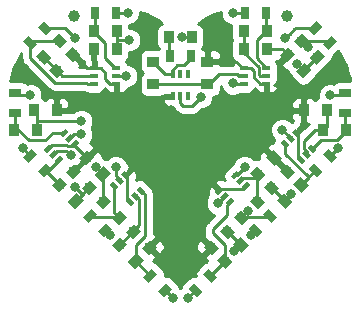
<source format=gbr>
G04 #@! TF.GenerationSoftware,KiCad,Pcbnew,(5.0.0-rc2-dev-82-ga78607874)*
G04 #@! TF.CreationDate,2018-03-09T02:59:27+08:00*
G04 #@! TF.ProjectId,SMD-Heart,534D442D48656172742E6B696361645F,rev?*
G04 #@! TF.SameCoordinates,Original*
G04 #@! TF.FileFunction,Copper,L1,Top,Signal*
G04 #@! TF.FilePolarity,Positive*
%FSLAX46Y46*%
G04 Gerber Fmt 4.6, Leading zero omitted, Abs format (unit mm)*
G04 Created by KiCad (PCBNEW (5.0.0-rc2-dev-82-ga78607874)) date Fri Mar  9 02:59:27 2018*
%MOMM*%
%LPD*%
G01*
G04 APERTURE LIST*
%ADD10C,1.000000*%
%ADD11C,0.670000*%
%ADD12C,0.100000*%
%ADD13C,0.845000*%
%ADD14R,0.845000X1.000000*%
%ADD15R,1.000000X0.845000*%
%ADD16R,0.670000X1.000000*%
%ADD17R,1.000000X0.670000*%
%ADD18R,0.400000X0.650000*%
%ADD19R,0.650000X0.400000*%
%ADD20C,0.400000*%
%ADD21C,0.800000*%
%ADD22C,0.250000*%
%ADD23C,0.254000*%
G04 APERTURE END LIST*
D10*
X67183000Y-30734000D03*
D11*
X73676282Y-52721282D03*
D12*
G36*
X73085848Y-52837955D02*
X73792955Y-52130848D01*
X74266716Y-52604609D01*
X73559609Y-53311716D01*
X73085848Y-52837955D01*
X73085848Y-52837955D01*
G37*
D11*
X74913718Y-53958718D03*
D12*
G36*
X74323284Y-54075391D02*
X75030391Y-53368284D01*
X75504152Y-53842045D01*
X74797045Y-54549152D01*
X74323284Y-54075391D01*
X74323284Y-54075391D01*
G37*
D13*
X67355590Y-46400590D03*
D12*
G36*
X68007896Y-46345789D02*
X67300789Y-47052896D01*
X66703284Y-46455391D01*
X67410391Y-45748284D01*
X68007896Y-46345789D01*
X68007896Y-46345789D01*
G37*
D13*
X65994410Y-45039410D03*
D12*
G36*
X66646716Y-44984609D02*
X65939609Y-45691716D01*
X65342104Y-45094211D01*
X66049211Y-44387104D01*
X66646716Y-44984609D01*
X66646716Y-44984609D01*
G37*
D14*
X83512500Y-32004000D03*
X81587500Y-32004000D03*
X83512500Y-33528000D03*
X81587500Y-33528000D03*
D13*
X85298410Y-33990410D03*
D12*
G36*
X85950716Y-33935609D02*
X85243609Y-34642716D01*
X84646104Y-34045211D01*
X85353211Y-33338104D01*
X85950716Y-33935609D01*
X85950716Y-33935609D01*
G37*
D13*
X86659590Y-35351590D03*
D12*
G36*
X87311896Y-35296789D02*
X86604789Y-36003896D01*
X86007284Y-35406391D01*
X86714391Y-34699284D01*
X87311896Y-35296789D01*
X87311896Y-35296789D01*
G37*
D14*
X88592500Y-38735000D03*
X86667500Y-38735000D03*
D13*
X85262590Y-43896410D03*
D12*
G36*
X85317391Y-44548716D02*
X84610284Y-43841609D01*
X85207789Y-43244104D01*
X85914896Y-43951211D01*
X85317391Y-44548716D01*
X85317391Y-44548716D01*
G37*
D13*
X83901410Y-45257590D03*
D12*
G36*
X83956211Y-45909896D02*
X83249104Y-45202789D01*
X83846609Y-44605284D01*
X84553716Y-45312391D01*
X83956211Y-45909896D01*
X83956211Y-45909896D01*
G37*
D13*
X82758410Y-44114590D03*
D12*
G36*
X82813211Y-44766896D02*
X82106104Y-44059789D01*
X82703609Y-43462284D01*
X83410716Y-44169391D01*
X82813211Y-44766896D01*
X82813211Y-44766896D01*
G37*
D13*
X84119590Y-42753410D03*
D12*
G36*
X84174391Y-43405716D02*
X83467284Y-42698609D01*
X84064789Y-42101104D01*
X84771896Y-42808211D01*
X84174391Y-43405716D01*
X84174391Y-43405716D01*
G37*
D13*
X78821410Y-50337590D03*
D12*
G36*
X78766609Y-49685284D02*
X79473716Y-50392391D01*
X78876211Y-50989896D01*
X78169104Y-50282789D01*
X78766609Y-49685284D01*
X78766609Y-49685284D01*
G37*
D13*
X80182590Y-48976410D03*
D12*
G36*
X80127789Y-48324104D02*
X80834896Y-49031211D01*
X80237391Y-49628716D01*
X79530284Y-48921609D01*
X80127789Y-48324104D01*
X80127789Y-48324104D01*
G37*
D13*
X72217410Y-48976410D03*
D12*
G36*
X71565104Y-49031211D02*
X72272211Y-48324104D01*
X72869716Y-48921609D01*
X72162609Y-49628716D01*
X71565104Y-49031211D01*
X71565104Y-49031211D01*
G37*
D13*
X73578590Y-50337590D03*
D12*
G36*
X72926284Y-50392391D02*
X73633391Y-49685284D01*
X74230896Y-50282789D01*
X73523789Y-50989896D01*
X72926284Y-50392391D01*
X72926284Y-50392391D01*
G37*
D13*
X68280410Y-42753410D03*
D12*
G36*
X68932716Y-42698609D02*
X68225609Y-43405716D01*
X67628104Y-42808211D01*
X68335211Y-42101104D01*
X68932716Y-42698609D01*
X68932716Y-42698609D01*
G37*
D13*
X69641590Y-44114590D03*
D12*
G36*
X70293896Y-44059789D02*
X69586789Y-44766896D01*
X68989284Y-44169391D01*
X69696391Y-43462284D01*
X70293896Y-44059789D01*
X70293896Y-44059789D01*
G37*
D13*
X68498590Y-45257590D03*
D12*
G36*
X69150896Y-45202789D02*
X68443789Y-45909896D01*
X67846284Y-45312391D01*
X68553391Y-44605284D01*
X69150896Y-45202789D01*
X69150896Y-45202789D01*
G37*
D13*
X67137410Y-43896410D03*
D12*
G36*
X67789716Y-43841609D02*
X67082609Y-44548716D01*
X66485104Y-43951211D01*
X67192211Y-43244104D01*
X67789716Y-43841609D01*
X67789716Y-43841609D01*
G37*
D14*
X65732500Y-38735000D03*
X63807500Y-38735000D03*
D13*
X65740410Y-35351590D03*
D12*
G36*
X65795211Y-36003896D02*
X65088104Y-35296789D01*
X65685609Y-34699284D01*
X66392716Y-35406391D01*
X65795211Y-36003896D01*
X65795211Y-36003896D01*
G37*
D13*
X67101590Y-33990410D03*
D12*
G36*
X67156391Y-34642716D02*
X66449284Y-33935609D01*
X67046789Y-33338104D01*
X67753896Y-34045211D01*
X67156391Y-34642716D01*
X67156391Y-34642716D01*
G37*
D14*
X68887500Y-33528000D03*
X70812500Y-33528000D03*
D15*
X78486000Y-36522500D03*
X78486000Y-34597500D03*
D11*
X87646282Y-43798718D03*
D12*
G36*
X87762955Y-44389152D02*
X87055848Y-43682045D01*
X87529609Y-43208284D01*
X88236716Y-43915391D01*
X87762955Y-44389152D01*
X87762955Y-44389152D01*
G37*
D11*
X88883718Y-42561282D03*
D12*
G36*
X89000391Y-43151716D02*
X88293284Y-42444609D01*
X88767045Y-41970848D01*
X89474152Y-42677955D01*
X89000391Y-43151716D01*
X89000391Y-43151716D01*
G37*
D11*
X64753718Y-31766282D03*
D12*
G36*
X64870391Y-32356716D02*
X64163284Y-31649609D01*
X64637045Y-31175848D01*
X65344152Y-31882955D01*
X64870391Y-32356716D01*
X64870391Y-32356716D01*
G37*
D11*
X63516282Y-33003718D03*
D12*
G36*
X63632955Y-33594152D02*
X62925848Y-32887045D01*
X63399609Y-32413284D01*
X64106716Y-33120391D01*
X63632955Y-33594152D01*
X63632955Y-33594152D01*
G37*
D16*
X77075000Y-34163000D03*
X75325000Y-34163000D03*
X81675000Y-30480000D03*
X83425000Y-30480000D03*
D11*
X88883718Y-33003718D03*
D12*
G36*
X89474152Y-32887045D02*
X88767045Y-33594152D01*
X88293284Y-33120391D01*
X89000391Y-32413284D01*
X89474152Y-32887045D01*
X89474152Y-32887045D01*
G37*
D11*
X87646282Y-31766282D03*
D12*
G36*
X88236716Y-31649609D02*
X87529609Y-32356716D01*
X87055848Y-31882955D01*
X87762955Y-31175848D01*
X88236716Y-31649609D01*
X88236716Y-31649609D01*
G37*
D17*
X90170000Y-37225000D03*
X90170000Y-38975000D03*
D11*
X83803718Y-47641282D03*
D12*
G36*
X83687045Y-47050848D02*
X84394152Y-47757955D01*
X83920391Y-48231716D01*
X83213284Y-47524609D01*
X83687045Y-47050848D01*
X83687045Y-47050848D01*
G37*
D11*
X82566282Y-48878718D03*
D12*
G36*
X82449609Y-48288284D02*
X83156716Y-48995391D01*
X82682955Y-49469152D01*
X81975848Y-48762045D01*
X82449609Y-48288284D01*
X82449609Y-48288284D01*
G37*
D11*
X77486282Y-53958718D03*
D12*
G36*
X77369609Y-53368284D02*
X78076716Y-54075391D01*
X77602955Y-54549152D01*
X76895848Y-53842045D01*
X77369609Y-53368284D01*
X77369609Y-53368284D01*
G37*
D11*
X78723718Y-52721282D03*
D12*
G36*
X78607045Y-52130848D02*
X79314152Y-52837955D01*
X78840391Y-53311716D01*
X78133284Y-52604609D01*
X78607045Y-52130848D01*
X78607045Y-52130848D01*
G37*
D11*
X69833718Y-48878718D03*
D12*
G36*
X69243284Y-48995391D02*
X69950391Y-48288284D01*
X70424152Y-48762045D01*
X69717045Y-49469152D01*
X69243284Y-48995391D01*
X69243284Y-48995391D01*
G37*
D11*
X68596282Y-47641282D03*
D12*
G36*
X68005848Y-47757955D02*
X68712955Y-47050848D01*
X69186716Y-47524609D01*
X68479609Y-48231716D01*
X68005848Y-47757955D01*
X68005848Y-47757955D01*
G37*
D11*
X64753718Y-43798718D03*
D12*
G36*
X65344152Y-43682045D02*
X64637045Y-44389152D01*
X64163284Y-43915391D01*
X64870391Y-43208284D01*
X65344152Y-43682045D01*
X65344152Y-43682045D01*
G37*
D11*
X63516282Y-42561282D03*
D12*
G36*
X64106716Y-42444609D02*
X63399609Y-43151716D01*
X62925848Y-42677955D01*
X63632955Y-41970848D01*
X64106716Y-42444609D01*
X64106716Y-42444609D01*
G37*
D17*
X62230000Y-37225000D03*
X62230000Y-38975000D03*
D16*
X68975000Y-30480000D03*
X70725000Y-30480000D03*
D18*
X75550000Y-37526000D03*
X76850000Y-37526000D03*
X76200000Y-35626000D03*
X76200000Y-37526000D03*
X76850000Y-35626000D03*
X75550000Y-35626000D03*
D19*
X68900000Y-36464000D03*
X68900000Y-35164000D03*
X70800000Y-35814000D03*
X68900000Y-35814000D03*
X70800000Y-35164000D03*
X70800000Y-36464000D03*
D20*
X67298371Y-41570868D03*
D12*
G36*
X67386759Y-41199637D02*
X67669602Y-41482480D01*
X67209983Y-41942099D01*
X66927140Y-41659256D01*
X67386759Y-41199637D01*
X67386759Y-41199637D01*
G37*
D20*
X66379132Y-40651629D03*
D12*
G36*
X66467520Y-40280398D02*
X66750363Y-40563241D01*
X66290744Y-41022860D01*
X66007901Y-40740017D01*
X66467520Y-40280398D01*
X66467520Y-40280398D01*
G37*
D20*
X65495249Y-42454751D03*
D12*
G36*
X65583637Y-42083520D02*
X65866480Y-42366363D01*
X65406861Y-42825982D01*
X65124018Y-42543139D01*
X65583637Y-42083520D01*
X65583637Y-42083520D01*
G37*
D20*
X66838751Y-41111249D03*
D12*
G36*
X66927139Y-40740018D02*
X67209982Y-41022861D01*
X66750363Y-41482480D01*
X66467520Y-41199637D01*
X66927139Y-40740018D01*
X66927139Y-40740018D01*
G37*
D20*
X65035629Y-41995132D03*
D12*
G36*
X65124017Y-41623901D02*
X65406860Y-41906744D01*
X64947241Y-42366363D01*
X64664398Y-42083520D01*
X65124017Y-41623901D01*
X65124017Y-41623901D01*
G37*
D20*
X65954868Y-42914371D03*
D12*
G36*
X66043256Y-42543140D02*
X66326099Y-42825983D01*
X65866480Y-43285602D01*
X65583637Y-43002759D01*
X66043256Y-42543140D01*
X66043256Y-42543140D01*
G37*
D20*
X80857132Y-44207629D03*
D12*
G36*
X80768744Y-44578860D02*
X80485901Y-44296017D01*
X80945520Y-43836398D01*
X81228363Y-44119241D01*
X80768744Y-44578860D01*
X80768744Y-44578860D01*
G37*
D20*
X81776371Y-45126868D03*
D12*
G36*
X81687983Y-45498099D02*
X81405140Y-45215256D01*
X81864759Y-44755637D01*
X82147602Y-45038480D01*
X81687983Y-45498099D01*
X81687983Y-45498099D01*
G37*
D20*
X79973249Y-46010751D03*
D12*
G36*
X79884861Y-46381982D02*
X79602018Y-46099139D01*
X80061637Y-45639520D01*
X80344480Y-45922363D01*
X79884861Y-46381982D01*
X79884861Y-46381982D01*
G37*
D20*
X81316751Y-44667249D03*
D12*
G36*
X81228363Y-45038480D02*
X80945520Y-44755637D01*
X81405139Y-44296018D01*
X81687982Y-44578861D01*
X81228363Y-45038480D01*
X81228363Y-45038480D01*
G37*
D20*
X80432868Y-46470371D03*
D12*
G36*
X80344480Y-46841602D02*
X80061637Y-46558759D01*
X80521256Y-46099140D01*
X80804099Y-46381983D01*
X80344480Y-46841602D01*
X80344480Y-46841602D01*
G37*
D20*
X79513629Y-45551132D03*
D12*
G36*
X79425241Y-45922363D02*
X79142398Y-45639520D01*
X79602017Y-45179901D01*
X79884860Y-45462744D01*
X79425241Y-45922363D01*
X79425241Y-45922363D01*
G37*
D20*
X86020868Y-40651629D03*
D12*
G36*
X85649637Y-40563241D02*
X85932480Y-40280398D01*
X86392099Y-40740017D01*
X86109256Y-41022860D01*
X85649637Y-40563241D01*
X85649637Y-40563241D01*
G37*
D20*
X85101629Y-41570868D03*
D12*
G36*
X84730398Y-41482480D02*
X85013241Y-41199637D01*
X85472860Y-41659256D01*
X85190017Y-41942099D01*
X84730398Y-41482480D01*
X84730398Y-41482480D01*
G37*
D20*
X86904751Y-42454751D03*
D12*
G36*
X86533520Y-42366363D02*
X86816363Y-42083520D01*
X87275982Y-42543139D01*
X86993139Y-42825982D01*
X86533520Y-42366363D01*
X86533520Y-42366363D01*
G37*
D20*
X85561249Y-41111249D03*
D12*
G36*
X85190018Y-41022861D02*
X85472861Y-40740018D01*
X85932480Y-41199637D01*
X85649637Y-41482480D01*
X85190018Y-41022861D01*
X85190018Y-41022861D01*
G37*
D20*
X86445132Y-42914371D03*
D12*
G36*
X86073901Y-42825983D02*
X86356744Y-42543140D01*
X86816363Y-43002759D01*
X86533520Y-43285602D01*
X86073901Y-42825983D01*
X86073901Y-42825983D01*
G37*
D20*
X87364371Y-41995132D03*
D12*
G36*
X86993140Y-41906744D02*
X87275983Y-41623901D01*
X87735602Y-42083520D01*
X87452759Y-42366363D01*
X86993140Y-41906744D01*
X86993140Y-41906744D01*
G37*
D19*
X83500000Y-35164000D03*
X83500000Y-36464000D03*
X81600000Y-35814000D03*
X83500000Y-35814000D03*
X81600000Y-36464000D03*
X81600000Y-35164000D03*
D20*
X72886371Y-45551132D03*
D12*
G36*
X72515140Y-45462744D02*
X72797983Y-45179901D01*
X73257602Y-45639520D01*
X72974759Y-45922363D01*
X72515140Y-45462744D01*
X72515140Y-45462744D01*
G37*
D20*
X71967132Y-46470371D03*
D12*
G36*
X71595901Y-46381983D02*
X71878744Y-46099140D01*
X72338363Y-46558759D01*
X72055520Y-46841602D01*
X71595901Y-46381983D01*
X71595901Y-46381983D01*
G37*
D20*
X71083249Y-44667249D03*
D12*
G36*
X70712018Y-44578861D02*
X70994861Y-44296018D01*
X71454480Y-44755637D01*
X71171637Y-45038480D01*
X70712018Y-44578861D01*
X70712018Y-44578861D01*
G37*
D20*
X72426751Y-46010751D03*
D12*
G36*
X72055520Y-45922363D02*
X72338363Y-45639520D01*
X72797982Y-46099139D01*
X72515139Y-46381982D01*
X72055520Y-45922363D01*
X72055520Y-45922363D01*
G37*
D20*
X70623629Y-45126868D03*
D12*
G36*
X70252398Y-45038480D02*
X70535241Y-44755637D01*
X70994860Y-45215256D01*
X70712017Y-45498099D01*
X70252398Y-45038480D01*
X70252398Y-45038480D01*
G37*
D20*
X71542868Y-44207629D03*
D12*
G36*
X71171637Y-44119241D02*
X71454480Y-43836398D01*
X71914099Y-44296017D01*
X71631256Y-44578860D01*
X71171637Y-44119241D01*
X71171637Y-44119241D01*
G37*
D13*
X79964410Y-51480590D03*
D12*
G36*
X79909609Y-50828284D02*
X80616716Y-51535391D01*
X80019211Y-52132896D01*
X79312104Y-51425789D01*
X79909609Y-50828284D01*
X79909609Y-50828284D01*
G37*
D13*
X81325590Y-50119410D03*
D12*
G36*
X81270789Y-49467104D02*
X81977896Y-50174211D01*
X81380391Y-50771716D01*
X80673284Y-50064609D01*
X81270789Y-49467104D01*
X81270789Y-49467104D01*
G37*
D14*
X77162500Y-32512000D03*
X75237500Y-32512000D03*
D13*
X86441410Y-32847410D03*
D12*
G36*
X87093716Y-32792609D02*
X86386609Y-33499716D01*
X85789104Y-32902211D01*
X86496211Y-32195104D01*
X87093716Y-32792609D01*
X87093716Y-32792609D01*
G37*
D13*
X87802590Y-34208590D03*
D12*
G36*
X88454896Y-34153789D02*
X87747789Y-34860896D01*
X87150284Y-34263391D01*
X87857391Y-33556284D01*
X88454896Y-34153789D01*
X88454896Y-34153789D01*
G37*
D14*
X90243500Y-40386000D03*
X88318500Y-40386000D03*
D13*
X85044410Y-46400590D03*
D12*
G36*
X85099211Y-47052896D02*
X84392104Y-46345789D01*
X84989609Y-45748284D01*
X85696716Y-46455391D01*
X85099211Y-47052896D01*
X85099211Y-47052896D01*
G37*
D13*
X86405590Y-45039410D03*
D12*
G36*
X86460391Y-45691716D02*
X85753284Y-44984609D01*
X86350789Y-44387104D01*
X87057896Y-45094211D01*
X86460391Y-45691716D01*
X86460391Y-45691716D01*
G37*
D13*
X81361410Y-47797590D03*
D12*
G36*
X81306609Y-47145284D02*
X82013716Y-47852391D01*
X81416211Y-48449896D01*
X80709104Y-47742789D01*
X81306609Y-47145284D01*
X81306609Y-47145284D01*
G37*
D13*
X82722590Y-46436410D03*
D12*
G36*
X82667789Y-45784104D02*
X83374896Y-46491211D01*
X82777391Y-47088716D01*
X82070284Y-46381609D01*
X82667789Y-45784104D01*
X82667789Y-45784104D01*
G37*
D13*
X71074410Y-50119410D03*
D12*
G36*
X70422104Y-50174211D02*
X71129211Y-49467104D01*
X71726716Y-50064609D01*
X71019609Y-50771716D01*
X70422104Y-50174211D01*
X70422104Y-50174211D01*
G37*
D13*
X72435590Y-51480590D03*
D12*
G36*
X71783284Y-51535391D02*
X72490391Y-50828284D01*
X73087896Y-51425789D01*
X72380789Y-52132896D01*
X71783284Y-51535391D01*
X71783284Y-51535391D01*
G37*
D13*
X71038590Y-47797590D03*
D12*
G36*
X70386284Y-47852391D02*
X71093391Y-47145284D01*
X71690896Y-47742789D01*
X70983789Y-48449896D01*
X70386284Y-47852391D01*
X70386284Y-47852391D01*
G37*
D13*
X69677410Y-46436410D03*
D12*
G36*
X69025104Y-46491211D02*
X69732211Y-45784104D01*
X70329716Y-46381609D01*
X69622609Y-47088716D01*
X69025104Y-46491211D01*
X69025104Y-46491211D01*
G37*
D14*
X62156500Y-40386000D03*
X64081500Y-40386000D03*
D13*
X64597410Y-34208590D03*
D12*
G36*
X64652211Y-34860896D02*
X63945104Y-34153789D01*
X64542609Y-33556284D01*
X65249716Y-34263391D01*
X64652211Y-34860896D01*
X64652211Y-34860896D01*
G37*
D13*
X65958590Y-32847410D03*
D12*
G36*
X66013391Y-33499716D02*
X65306284Y-32792609D01*
X65903789Y-32195104D01*
X66610896Y-32902211D01*
X66013391Y-33499716D01*
X66013391Y-33499716D01*
G37*
D15*
X73914000Y-36522500D03*
X73914000Y-34597500D03*
D14*
X70812500Y-32004000D03*
X68887500Y-32004000D03*
D10*
X85217000Y-30734000D03*
D21*
X76200000Y-46608996D03*
X86106000Y-34798000D03*
X84836000Y-40386000D03*
X85598000Y-45847000D03*
X79375000Y-46609000D03*
X80772000Y-50673000D03*
X70739000Y-43561000D03*
X67818040Y-40767000D03*
X69088000Y-43561000D03*
X67310000Y-45212000D03*
X66929000Y-42545000D03*
X67818000Y-39624000D03*
X71628000Y-35814022D03*
X71881972Y-32766000D03*
X77978000Y-37592000D03*
X80645000Y-30480000D03*
X80645000Y-36449000D03*
X86995000Y-33401000D03*
X85090008Y-32639000D03*
X88900000Y-37465000D03*
X89535000Y-41910000D03*
X81915000Y-47244000D03*
X81661000Y-43561000D03*
X82169000Y-49276000D03*
X76835000Y-54610000D03*
X75565000Y-54610000D03*
X70231000Y-49276000D03*
X62865000Y-41910000D03*
X63500000Y-37465000D03*
X67309988Y-32639000D03*
X71755000Y-30480000D03*
X76327000Y-32512000D03*
D22*
X68900000Y-35164000D02*
X68275180Y-35164000D01*
X68275180Y-35164000D02*
X67101590Y-33990410D01*
X68900000Y-35164000D02*
X68900000Y-33540500D01*
X68900000Y-33540500D02*
X68887500Y-33528000D01*
X80952500Y-34597500D02*
X81519000Y-35164000D01*
X78486000Y-34597500D02*
X80952500Y-34597500D01*
X81519000Y-35164000D02*
X81600000Y-35164000D01*
X82175000Y-35164000D02*
X82423000Y-35412000D01*
X81600000Y-35164000D02*
X82175000Y-35164000D01*
X82423000Y-35412000D02*
X82423000Y-35941000D01*
X82423000Y-35941000D02*
X82946000Y-36464000D01*
X82946000Y-36464000D02*
X83500000Y-36464000D01*
X83512500Y-33528000D02*
X84836000Y-33528000D01*
X84836000Y-33528000D02*
X85298410Y-33990410D01*
X86445132Y-42914371D02*
X86209890Y-42679129D01*
X86209890Y-42679129D02*
X86209890Y-40840651D01*
X86209890Y-40840651D02*
X86020868Y-40651629D01*
X69475000Y-35164000D02*
X69850000Y-35539000D01*
X68900000Y-35164000D02*
X69475000Y-35164000D01*
X69850000Y-35539000D02*
X69850000Y-36089000D01*
X69850000Y-36089000D02*
X70225000Y-36464000D01*
X70225000Y-36464000D02*
X70800000Y-36464000D01*
X67298371Y-41570868D02*
X67298371Y-41771371D01*
X67298371Y-41771371D02*
X68280410Y-42753410D01*
X65035629Y-41995132D02*
X65336148Y-41694613D01*
X65336148Y-41694613D02*
X66570177Y-41694613D01*
X66570177Y-41694613D02*
X66635454Y-41759890D01*
X66635454Y-41759890D02*
X67109349Y-41759890D01*
X67109349Y-41759890D02*
X67298371Y-41570868D01*
X81776371Y-45126868D02*
X81541129Y-45362110D01*
X81541129Y-45362110D02*
X79702651Y-45362110D01*
X79702651Y-45362110D02*
X79513629Y-45551132D01*
X71542868Y-44207629D02*
X71731890Y-44396651D01*
X71731890Y-46235129D02*
X71967132Y-46470371D01*
X71731890Y-44396651D02*
X71731890Y-46235129D01*
X82925000Y-35814000D02*
X82825410Y-35714410D01*
X83500000Y-35814000D02*
X82925000Y-35814000D01*
X82825410Y-35714410D02*
X82825410Y-35073410D01*
X82825410Y-35073410D02*
X81587500Y-33835500D01*
X81587500Y-33835500D02*
X81587500Y-33528000D01*
X81587500Y-33528000D02*
X81587500Y-32004000D01*
X86659590Y-35351590D02*
X86106000Y-34798000D01*
X85561249Y-41111249D02*
X84836000Y-40386000D01*
X87802590Y-34208590D02*
X86659590Y-35351590D01*
X88592500Y-38735000D02*
X88592500Y-40112000D01*
X88592500Y-40112000D02*
X88318500Y-40386000D01*
X86904751Y-42454751D02*
X86904751Y-42210674D01*
X86715730Y-41316270D02*
X87646000Y-40386000D01*
X86904751Y-42210674D02*
X86715730Y-42021653D01*
X86715730Y-42021653D02*
X86715730Y-41316270D01*
X87646000Y-40386000D02*
X88318500Y-40386000D01*
X85044410Y-46400590D02*
X85598000Y-45847000D01*
X79973249Y-46010751D02*
X79375000Y-46609000D01*
X83901410Y-45257590D02*
X85044410Y-46400590D01*
X81534000Y-44450000D02*
X82423000Y-44450000D01*
X81316751Y-44667249D02*
X81534000Y-44450000D01*
X82423000Y-44450000D02*
X82758410Y-44114590D01*
X82722590Y-46436410D02*
X82722590Y-44150410D01*
X82722590Y-44150410D02*
X82758410Y-44114590D01*
X81325590Y-50119410D02*
X80772000Y-50673000D01*
X70739000Y-44323000D02*
X70739000Y-43561000D01*
X71083249Y-44667249D02*
X70739000Y-44323000D01*
X81325590Y-50119410D02*
X80182590Y-48976410D01*
X71074410Y-50119410D02*
X72217410Y-48976410D01*
X72727270Y-46311270D02*
X72727270Y-48466550D01*
X72426751Y-46010751D02*
X72727270Y-46311270D01*
X72641673Y-48552147D02*
X72217410Y-48976410D01*
X72727270Y-48466550D02*
X72641673Y-48552147D01*
X66838751Y-41111249D02*
X67183000Y-40767000D01*
X67252355Y-40767000D02*
X67818040Y-40767000D01*
X67183000Y-40767000D02*
X67252355Y-40767000D01*
X69641590Y-44114590D02*
X69088000Y-43561000D01*
X69677410Y-46436410D02*
X69677410Y-44150410D01*
X69677410Y-44150410D02*
X69641590Y-44114590D01*
X67355590Y-46400590D02*
X67945000Y-45811180D01*
X67945000Y-45811180D02*
X68498590Y-45257590D01*
X67909180Y-45811180D02*
X67310000Y-45212000D01*
X67945000Y-45811180D02*
X67909180Y-45811180D01*
X65795768Y-42154232D02*
X66538232Y-42154232D01*
X65495249Y-42454751D02*
X65795768Y-42154232D01*
X66538232Y-42154232D02*
X66929000Y-42545000D01*
X64081500Y-39624000D02*
X67818000Y-39624000D01*
X64081500Y-40386000D02*
X64081500Y-39624000D01*
X64081500Y-39624000D02*
X64081500Y-39009000D01*
X70800000Y-35814000D02*
X71627978Y-35814000D01*
X71627978Y-35814000D02*
X71628000Y-35814022D01*
X63807500Y-38735000D02*
X63807500Y-38657500D01*
X64081500Y-39009000D02*
X63807500Y-38735000D01*
X63680500Y-38735000D02*
X63680500Y-38657500D01*
X65740410Y-35351590D02*
X66202820Y-35814000D01*
X66202820Y-35814000D02*
X68900000Y-35814000D01*
X64597410Y-34208590D02*
X65740410Y-35351590D01*
X70812500Y-33528000D02*
X70812500Y-32766000D01*
X70812500Y-32766000D02*
X71881972Y-32766000D01*
X76200000Y-38101000D02*
X76453000Y-38354000D01*
X76200000Y-37526000D02*
X76200000Y-38101000D01*
X76453000Y-38354000D02*
X77216000Y-38354000D01*
X77216000Y-38354000D02*
X77978000Y-37592000D01*
X70812500Y-32004000D02*
X70812500Y-33528000D01*
X78666500Y-36522500D02*
X79502000Y-35687000D01*
X78486000Y-36522500D02*
X78666500Y-36522500D01*
X81026000Y-35687000D02*
X81153000Y-35814000D01*
X79502000Y-35687000D02*
X81026000Y-35687000D01*
X81153000Y-35814000D02*
X81600000Y-35814000D01*
X73914000Y-36522500D02*
X74664000Y-36522500D01*
X74664000Y-36522500D02*
X78486000Y-36522500D01*
X80645000Y-30480000D02*
X81675000Y-30480000D01*
X83500000Y-35113000D02*
X82677000Y-34290000D01*
X83500000Y-35164000D02*
X83500000Y-35113000D01*
X82677000Y-34290000D02*
X82677000Y-32766000D01*
X82677000Y-32766000D02*
X83439000Y-32004000D01*
X83439000Y-32004000D02*
X83512500Y-32004000D01*
X83425000Y-30480000D02*
X83425000Y-31916500D01*
X83425000Y-31916500D02*
X83512500Y-32004000D01*
X80660000Y-36464000D02*
X80645000Y-36449000D01*
X81600000Y-36464000D02*
X80660000Y-36464000D01*
X86441410Y-32847410D02*
X86995000Y-33401000D01*
X88773000Y-32893000D02*
X86487000Y-32893000D01*
X88883718Y-33003718D02*
X88773000Y-32893000D01*
X86487000Y-32893000D02*
X86441410Y-32847410D01*
X85870999Y-31858001D02*
X85870999Y-31858009D01*
X85490007Y-32239001D02*
X85090008Y-32639000D01*
X85870999Y-31858009D02*
X85490007Y-32239001D01*
X85962718Y-31766282D02*
X85870999Y-31858001D01*
X87646282Y-31766282D02*
X85962718Y-31766282D01*
X87630000Y-31750000D02*
X85979000Y-31750000D01*
X85979000Y-31750000D02*
X85870999Y-31858001D01*
X88900000Y-37465000D02*
X89930000Y-37465000D01*
X89930000Y-37465000D02*
X90170000Y-37225000D01*
X87364371Y-41995132D02*
X88126904Y-41232599D01*
X88126904Y-41232599D02*
X89474401Y-41232599D01*
X90243500Y-40463500D02*
X90243500Y-40386000D01*
X89474401Y-41232599D02*
X90243500Y-40463500D01*
X90170000Y-38975000D02*
X90170000Y-40312500D01*
X90170000Y-40312500D02*
X90243500Y-40386000D01*
X88883718Y-42561282D02*
X89535000Y-41910000D01*
X86995000Y-44323000D02*
X85101629Y-42429629D01*
X85101629Y-42429629D02*
X85101629Y-41570868D01*
X86405590Y-45039410D02*
X86995000Y-44450000D01*
X86995000Y-44450000D02*
X87646282Y-43798718D01*
X86995000Y-44450000D02*
X86995000Y-44323000D01*
X81361410Y-47797590D02*
X81915000Y-47244000D01*
X81014371Y-44207629D02*
X81661000Y-43561000D01*
X80857132Y-44207629D02*
X81014371Y-44207629D01*
X83693000Y-47752000D02*
X81407000Y-47752000D01*
X83803718Y-47641282D02*
X83693000Y-47752000D01*
X81407000Y-47752000D02*
X81361410Y-47797590D01*
X82566282Y-48878718D02*
X82169000Y-49276000D01*
X77486282Y-53958718D02*
X76835000Y-54610000D01*
X79964410Y-50119410D02*
X78994000Y-49149000D01*
X79964410Y-51480590D02*
X79964410Y-50119410D01*
X78994000Y-49149000D02*
X78994000Y-48768000D01*
X78994000Y-48768000D02*
X80132349Y-47629651D01*
X80132349Y-47629651D02*
X80132349Y-46770890D01*
X80132349Y-46770890D02*
X80432868Y-46470371D01*
X78723718Y-52721282D02*
X79964410Y-51480590D01*
X72435590Y-50783085D02*
X72435590Y-51480590D01*
X72886371Y-45551132D02*
X73186890Y-45851651D01*
X73186890Y-45851651D02*
X73186890Y-49368110D01*
X72435590Y-50119410D02*
X72435590Y-50783085D01*
X73186890Y-49368110D02*
X72435590Y-50119410D01*
X73676282Y-52721282D02*
X72435590Y-51480590D01*
X74913718Y-53958718D02*
X75565000Y-54610000D01*
X69833718Y-48878718D02*
X70231000Y-49276000D01*
X71038590Y-47797590D02*
X70623629Y-47382629D01*
X70623629Y-47382629D02*
X70623629Y-45126868D01*
X68707000Y-47752000D02*
X70993000Y-47752000D01*
X68596282Y-47641282D02*
X68707000Y-47752000D01*
X70993000Y-47752000D02*
X71038590Y-47797590D01*
X64753718Y-43798718D02*
X65070521Y-43798718D01*
X65070521Y-43798718D02*
X65954868Y-42914371D01*
X64753718Y-43798718D02*
X65994410Y-45039410D01*
X62865000Y-41910000D02*
X63516282Y-42561282D01*
X63500000Y-37465000D02*
X62470000Y-37465000D01*
X62470000Y-37465000D02*
X62230000Y-37225000D01*
X62230000Y-38975000D02*
X62230000Y-40312500D01*
X62230000Y-40312500D02*
X62156500Y-40386000D01*
X62484000Y-40386000D02*
X63373000Y-41275000D01*
X62156500Y-40386000D02*
X62484000Y-40386000D01*
X63373000Y-41275000D02*
X64770000Y-41275000D01*
X65393371Y-40651629D02*
X66379132Y-40651629D01*
X64770000Y-41275000D02*
X65393371Y-40651629D01*
X68325000Y-36464000D02*
X68900000Y-36464000D01*
X68267598Y-36406598D02*
X68325000Y-36464000D01*
X65616598Y-36406598D02*
X68267598Y-36406598D01*
X63516282Y-33003718D02*
X63516282Y-34306282D01*
X63516282Y-34306282D02*
X65616598Y-36406598D01*
X63627000Y-32893000D02*
X65913000Y-32893000D01*
X63516282Y-33003718D02*
X63627000Y-32893000D01*
X65913000Y-32893000D02*
X65958590Y-32847410D01*
X66437270Y-31766282D02*
X64753718Y-31766282D01*
X67309988Y-32639000D02*
X66437270Y-31766282D01*
X71755000Y-30480000D02*
X70725000Y-30480000D01*
X68887500Y-32081500D02*
X69850000Y-33044000D01*
X69850000Y-33044000D02*
X69850000Y-34339000D01*
X68887500Y-32004000D02*
X68887500Y-32081500D01*
X69850000Y-34339000D02*
X70675000Y-35164000D01*
X70675000Y-35164000D02*
X70800000Y-35164000D01*
X68975000Y-30480000D02*
X68975000Y-31916500D01*
X68975000Y-31916500D02*
X68887500Y-32004000D01*
X77162500Y-32512000D02*
X76327000Y-32512000D01*
X77075000Y-34328000D02*
X76478000Y-34925000D01*
X77075000Y-34163000D02*
X77075000Y-34328000D01*
X76478000Y-34925000D02*
X75946000Y-34925000D01*
X75550000Y-35321000D02*
X75550000Y-35626000D01*
X75946000Y-34925000D02*
X75550000Y-35321000D01*
X75550000Y-35626000D02*
X74942500Y-35626000D01*
X74942500Y-35626000D02*
X73914000Y-34597500D01*
X75237500Y-32512000D02*
X75237500Y-34075500D01*
X75237500Y-34075500D02*
X75325000Y-34163000D01*
D23*
G36*
X73014830Y-30459439D02*
X73345087Y-30604756D01*
X73668707Y-30764348D01*
X73985050Y-30937899D01*
X74293512Y-31125079D01*
X74593525Y-31325542D01*
X74682645Y-31390887D01*
X74567235Y-31413843D01*
X74357191Y-31554191D01*
X74216843Y-31764235D01*
X74167560Y-32012000D01*
X74167560Y-33012000D01*
X74216843Y-33259765D01*
X74357191Y-33469809D01*
X74378196Y-33483844D01*
X74369500Y-33527560D01*
X73414000Y-33527560D01*
X73166235Y-33576843D01*
X72956191Y-33717191D01*
X72815843Y-33927235D01*
X72766560Y-34175000D01*
X72766560Y-35020000D01*
X72815843Y-35267765D01*
X72956191Y-35477809D01*
X73079198Y-35560000D01*
X72956191Y-35642191D01*
X72815843Y-35852235D01*
X72766560Y-36100000D01*
X72766560Y-36945000D01*
X72815843Y-37192765D01*
X72956191Y-37402809D01*
X73166235Y-37543157D01*
X73414000Y-37592440D01*
X74414000Y-37592440D01*
X74661765Y-37543157D01*
X74871809Y-37402809D01*
X74874354Y-37399000D01*
X75352560Y-37399000D01*
X75352560Y-37653000D01*
X74873750Y-37653000D01*
X74715000Y-37811750D01*
X74715000Y-37977309D01*
X74811673Y-38210698D01*
X74990301Y-38389327D01*
X75223690Y-38486000D01*
X75291250Y-38486000D01*
X75422998Y-38354252D01*
X75422998Y-38486000D01*
X75543206Y-38486000D01*
X75652072Y-38648929D01*
X75715528Y-38691329D01*
X75862669Y-38838470D01*
X75905071Y-38901929D01*
X76156463Y-39069904D01*
X76378148Y-39114000D01*
X76378152Y-39114000D01*
X76452999Y-39128888D01*
X76527846Y-39114000D01*
X77141153Y-39114000D01*
X77216000Y-39128888D01*
X77290847Y-39114000D01*
X77290852Y-39114000D01*
X77512537Y-39069904D01*
X77763929Y-38901929D01*
X77806331Y-38838470D01*
X78017801Y-38627000D01*
X78183874Y-38627000D01*
X78564280Y-38469431D01*
X78855431Y-38178280D01*
X78884256Y-38108690D01*
X85610000Y-38108690D01*
X85610000Y-38449250D01*
X85768750Y-38608000D01*
X86540500Y-38608000D01*
X86540500Y-37758750D01*
X86381750Y-37600000D01*
X86118691Y-37600000D01*
X85885302Y-37696673D01*
X85706673Y-37875301D01*
X85610000Y-38108690D01*
X78884256Y-38108690D01*
X79013000Y-37797874D01*
X79013000Y-37587069D01*
X79233765Y-37543157D01*
X79443809Y-37402809D01*
X79584157Y-37192765D01*
X79633440Y-36945000D01*
X79633440Y-36711463D01*
X79767569Y-37035280D01*
X80058720Y-37326431D01*
X80439126Y-37484000D01*
X80850874Y-37484000D01*
X81231280Y-37326431D01*
X81251037Y-37306674D01*
X81275000Y-37311440D01*
X81925000Y-37311440D01*
X82172765Y-37262157D01*
X82382809Y-37121809D01*
X82523157Y-36911765D01*
X82544942Y-36802242D01*
X82636673Y-37023699D01*
X82815302Y-37202327D01*
X83048691Y-37299000D01*
X83214250Y-37299000D01*
X83373000Y-37140250D01*
X83373000Y-36661440D01*
X83627000Y-36661440D01*
X83627000Y-37140250D01*
X83785750Y-37299000D01*
X83951309Y-37299000D01*
X84184698Y-37202327D01*
X84363327Y-37023699D01*
X84460000Y-36790310D01*
X84460000Y-36722750D01*
X84301250Y-36564000D01*
X84144836Y-36564000D01*
X84282809Y-36471809D01*
X84423157Y-36261765D01*
X84428042Y-36237208D01*
X84460000Y-36205250D01*
X84460000Y-36137690D01*
X84451783Y-36117852D01*
X84472440Y-36014000D01*
X84472440Y-35614000D01*
X84447576Y-35489000D01*
X84472440Y-35364000D01*
X84472440Y-34964000D01*
X84423157Y-34716235D01*
X84339424Y-34590920D01*
X84518294Y-34590920D01*
X85118805Y-33990410D01*
X85104663Y-33976268D01*
X85284268Y-33796663D01*
X85298410Y-33810805D01*
X85312552Y-33796662D01*
X85478090Y-33962200D01*
X85228569Y-34211720D01*
X85208674Y-34259751D01*
X84697900Y-34770526D01*
X84697900Y-34995032D01*
X84883910Y-35181043D01*
X85117299Y-35277716D01*
X85184429Y-35277716D01*
X85228569Y-35384280D01*
X85386949Y-35542660D01*
X85409127Y-35654156D01*
X85549475Y-35864200D01*
X86146980Y-36461705D01*
X86357024Y-36602053D01*
X86604789Y-36651336D01*
X86852554Y-36602053D01*
X87062598Y-36461705D01*
X87769705Y-35754598D01*
X87910053Y-35544554D01*
X87924238Y-35473238D01*
X87995554Y-35459053D01*
X88205598Y-35318705D01*
X88912705Y-34611598D01*
X89053053Y-34401554D01*
X89102336Y-34153789D01*
X89098831Y-34136168D01*
X89224854Y-34051961D01*
X89560951Y-33715864D01*
X89712112Y-33964970D01*
X89885652Y-34281292D01*
X90045244Y-34604912D01*
X90190565Y-34935178D01*
X90321342Y-35271472D01*
X90437320Y-35613135D01*
X90538287Y-35959536D01*
X90607543Y-36242560D01*
X89670000Y-36242560D01*
X89422235Y-36291843D01*
X89212191Y-36432191D01*
X89190291Y-36464967D01*
X89105874Y-36430000D01*
X88694126Y-36430000D01*
X88313720Y-36587569D01*
X88022569Y-36878720D01*
X87865000Y-37259126D01*
X87865000Y-37670874D01*
X87866367Y-37674173D01*
X87712191Y-37777191D01*
X87635333Y-37892216D01*
X87628327Y-37875301D01*
X87449698Y-37696673D01*
X87216309Y-37600000D01*
X86953250Y-37600000D01*
X86794500Y-37758750D01*
X86794500Y-38608000D01*
X86814500Y-38608000D01*
X86814500Y-38862000D01*
X86794500Y-38862000D01*
X86794500Y-39711250D01*
X86953250Y-39870000D01*
X87076737Y-39870000D01*
X87055673Y-39901525D01*
X86693947Y-40263251D01*
X86588852Y-40263251D01*
X86250282Y-40601821D01*
X86070676Y-40422215D01*
X86409246Y-40083645D01*
X86409246Y-39859139D01*
X86400929Y-39850821D01*
X86540500Y-39711250D01*
X86540500Y-38862000D01*
X85768750Y-38862000D01*
X85610000Y-39020750D01*
X85610000Y-39361310D01*
X85706673Y-39594699D01*
X85771665Y-39659691D01*
X85631471Y-39717760D01*
X85422280Y-39508569D01*
X85041874Y-39351000D01*
X84630126Y-39351000D01*
X84249720Y-39508569D01*
X83958569Y-39799720D01*
X83801000Y-40180126D01*
X83801000Y-40591874D01*
X83958569Y-40972280D01*
X84167795Y-41181506D01*
X84132241Y-41234715D01*
X84086215Y-41466104D01*
X83938479Y-41466104D01*
X83705090Y-41562777D01*
X83519080Y-41748788D01*
X83519080Y-41973294D01*
X84119590Y-42573805D01*
X84133733Y-42559663D01*
X84313338Y-42739268D01*
X84299195Y-42753410D01*
X84662080Y-43116294D01*
X85262590Y-43716805D01*
X85276733Y-43702663D01*
X85456338Y-43882268D01*
X85442195Y-43896410D01*
X85456338Y-43910553D01*
X85276733Y-44090158D01*
X85262590Y-44076015D01*
X85248448Y-44090158D01*
X85068843Y-43910553D01*
X85082985Y-43896410D01*
X84482474Y-43295900D01*
X84119590Y-42933015D01*
X84105448Y-42947158D01*
X83925843Y-42767553D01*
X83939985Y-42753410D01*
X83339474Y-42152900D01*
X83114968Y-42152900D01*
X82928957Y-42338910D01*
X82832284Y-42572299D01*
X82832284Y-42824918D01*
X82839290Y-42841832D01*
X82703609Y-42814844D01*
X82455844Y-42864127D01*
X82439056Y-42875345D01*
X82247280Y-42683569D01*
X81866874Y-42526000D01*
X81455126Y-42526000D01*
X81074720Y-42683569D01*
X80783569Y-42974720D01*
X80665483Y-43259804D01*
X80487711Y-43378589D01*
X80028092Y-43838208D01*
X79887744Y-44048252D01*
X79838461Y-44296017D01*
X79887744Y-44543782D01*
X79949784Y-44636631D01*
X79728326Y-44544901D01*
X79475708Y-44544901D01*
X79242318Y-44641574D01*
X79125251Y-44758642D01*
X79125251Y-44983148D01*
X79463821Y-45321718D01*
X79284215Y-45501324D01*
X78945645Y-45162754D01*
X78721139Y-45162754D01*
X78604071Y-45279821D01*
X78507398Y-45513211D01*
X78507398Y-45765829D01*
X78579760Y-45940529D01*
X78497569Y-46022720D01*
X78340000Y-46403126D01*
X78340000Y-46814874D01*
X78497569Y-47195280D01*
X78788720Y-47486431D01*
X79080082Y-47607117D01*
X78509529Y-48177670D01*
X78446071Y-48220071D01*
X78278096Y-48471463D01*
X78234000Y-48693148D01*
X78234000Y-48693153D01*
X78219112Y-48768000D01*
X78234000Y-48842847D01*
X78234000Y-49074153D01*
X78219112Y-49149000D01*
X78234000Y-49223847D01*
X78234000Y-49223851D01*
X78249930Y-49303938D01*
X78220900Y-49332968D01*
X78220900Y-49557474D01*
X78821410Y-50157985D01*
X78835553Y-50143843D01*
X79015158Y-50323448D01*
X79001015Y-50337590D01*
X79015158Y-50351732D01*
X78835553Y-50531338D01*
X78821410Y-50517195D01*
X78275700Y-51062905D01*
X78275700Y-51287411D01*
X78337884Y-51349595D01*
X78494153Y-51505863D01*
X78359280Y-51532691D01*
X78149236Y-51673039D01*
X77675475Y-52146800D01*
X77535127Y-52356844D01*
X77485844Y-52604609D01*
X77514705Y-52749705D01*
X77369609Y-52720844D01*
X77121844Y-52770127D01*
X76911800Y-52910475D01*
X76438039Y-53384236D01*
X76297691Y-53594280D01*
X76272111Y-53722880D01*
X76248720Y-53732569D01*
X76200000Y-53781289D01*
X76151280Y-53732569D01*
X76127889Y-53722880D01*
X76102309Y-53594280D01*
X75961961Y-53384236D01*
X75488200Y-52910475D01*
X75278156Y-52770127D01*
X75030391Y-52720844D01*
X74885295Y-52749705D01*
X74914156Y-52604609D01*
X74864873Y-52356844D01*
X74724525Y-52146800D01*
X74250764Y-51673039D01*
X74040720Y-51532691D01*
X73905847Y-51505863D01*
X74062116Y-51349595D01*
X74124300Y-51287411D01*
X74124300Y-51062905D01*
X73578590Y-50517195D01*
X73564448Y-50531338D01*
X73384843Y-50351733D01*
X73398985Y-50337590D01*
X73758195Y-50337590D01*
X74303905Y-50883300D01*
X74528411Y-50883300D01*
X74590595Y-50821116D01*
X74769223Y-50642487D01*
X74865896Y-50409098D01*
X74865896Y-50156479D01*
X77534104Y-50156479D01*
X77534104Y-50409098D01*
X77630777Y-50642487D01*
X77809405Y-50821116D01*
X77871589Y-50883300D01*
X78096095Y-50883300D01*
X78641805Y-50337590D01*
X78041294Y-49737080D01*
X77816788Y-49737080D01*
X77630777Y-49923090D01*
X77534104Y-50156479D01*
X74865896Y-50156479D01*
X74769223Y-49923090D01*
X74583212Y-49737080D01*
X74358706Y-49737080D01*
X73758195Y-50337590D01*
X73398985Y-50337590D01*
X73384843Y-50323448D01*
X73564448Y-50143843D01*
X73578590Y-50157985D01*
X74179100Y-49557474D01*
X74179100Y-49332968D01*
X73993090Y-49146957D01*
X73946890Y-49127820D01*
X73946890Y-45926497D01*
X73961778Y-45851650D01*
X73946890Y-45776803D01*
X73946890Y-45776799D01*
X73902794Y-45555114D01*
X73882089Y-45524127D01*
X73855759Y-45391755D01*
X73715411Y-45181711D01*
X73255792Y-44722092D01*
X73045748Y-44581744D01*
X72797983Y-44532461D01*
X72550218Y-44581744D01*
X72457369Y-44643784D01*
X72549099Y-44422326D01*
X72549099Y-44169708D01*
X72452426Y-43936318D01*
X72335358Y-43819251D01*
X72110852Y-43819251D01*
X71772282Y-44157821D01*
X71658991Y-44044530D01*
X71752775Y-43818117D01*
X71931246Y-43639645D01*
X71931246Y-43415139D01*
X71814179Y-43298071D01*
X71737151Y-43266165D01*
X71616431Y-42974720D01*
X71325280Y-42683569D01*
X70944874Y-42526000D01*
X70533126Y-42526000D01*
X70152720Y-42683569D01*
X69960944Y-42875345D01*
X69944156Y-42864127D01*
X69832660Y-42841949D01*
X69674280Y-42683569D01*
X69567716Y-42639429D01*
X69567716Y-42572299D01*
X69471043Y-42338910D01*
X69285032Y-42152900D01*
X69060526Y-42152900D01*
X68549751Y-42663674D01*
X68501720Y-42683569D01*
X68210569Y-42974720D01*
X68190674Y-43022751D01*
X67917526Y-43295900D01*
X67317015Y-43896410D01*
X67331158Y-43910553D01*
X67151553Y-44090158D01*
X67137410Y-44076015D01*
X67123268Y-44090158D01*
X66943663Y-43910553D01*
X66957805Y-43896410D01*
X66943663Y-43882268D01*
X67123268Y-43702663D01*
X67137410Y-43716805D01*
X67372743Y-43481472D01*
X67515280Y-43422431D01*
X67806431Y-43131280D01*
X67865472Y-42988743D01*
X68100805Y-42753410D01*
X68086663Y-42739268D01*
X68266268Y-42559663D01*
X68280410Y-42573805D01*
X68880920Y-41973294D01*
X68880920Y-41748788D01*
X68694910Y-41562777D01*
X68547170Y-41501581D01*
X68695471Y-41353280D01*
X68853040Y-40972874D01*
X68853040Y-40561126D01*
X68701573Y-40195452D01*
X68853000Y-39829874D01*
X68853000Y-39418126D01*
X68695431Y-39037720D01*
X68404280Y-38746569D01*
X68023874Y-38589000D01*
X67612126Y-38589000D01*
X67231720Y-38746569D01*
X67114289Y-38864000D01*
X66633250Y-38864000D01*
X66631250Y-38862000D01*
X65859500Y-38862000D01*
X65859500Y-38864000D01*
X65605500Y-38864000D01*
X65605500Y-38862000D01*
X65585500Y-38862000D01*
X65585500Y-38608000D01*
X65605500Y-38608000D01*
X65605500Y-37758750D01*
X65859500Y-37758750D01*
X65859500Y-38608000D01*
X66631250Y-38608000D01*
X66790000Y-38449250D01*
X66790000Y-38108690D01*
X66693327Y-37875301D01*
X66514698Y-37696673D01*
X66281309Y-37600000D01*
X66018250Y-37600000D01*
X65859500Y-37758750D01*
X65605500Y-37758750D01*
X65446750Y-37600000D01*
X65183691Y-37600000D01*
X64950302Y-37696673D01*
X64771673Y-37875301D01*
X64764667Y-37892216D01*
X64687809Y-37777191D01*
X64533633Y-37674173D01*
X64535000Y-37670874D01*
X64535000Y-37259126D01*
X64377431Y-36878720D01*
X64086280Y-36587569D01*
X63705874Y-36430000D01*
X63294126Y-36430000D01*
X63209709Y-36464967D01*
X63187809Y-36432191D01*
X62977765Y-36291843D01*
X62730000Y-36242560D01*
X61792457Y-36242560D01*
X61861714Y-35959531D01*
X61962680Y-35613135D01*
X62078658Y-35271472D01*
X62209439Y-34935170D01*
X62354756Y-34604913D01*
X62514348Y-34281293D01*
X62687899Y-33964950D01*
X62756283Y-33852258D01*
X62756283Y-34231431D01*
X62741394Y-34306282D01*
X62756283Y-34381134D01*
X62764329Y-34421585D01*
X62800379Y-34602819D01*
X62916678Y-34776872D01*
X62968354Y-34854211D01*
X63031810Y-34896611D01*
X65026271Y-36891074D01*
X65068669Y-36954527D01*
X65132122Y-36996925D01*
X65132124Y-36996927D01*
X65206407Y-37046561D01*
X65320061Y-37122502D01*
X65541746Y-37166598D01*
X65541750Y-37166598D01*
X65616597Y-37181486D01*
X65691444Y-37166598D01*
X68008549Y-37166598D01*
X68028463Y-37179904D01*
X68250148Y-37224000D01*
X68250152Y-37224000D01*
X68278597Y-37229658D01*
X68327235Y-37262157D01*
X68575000Y-37311440D01*
X69225000Y-37311440D01*
X69472765Y-37262157D01*
X69682809Y-37121809D01*
X69823157Y-36911765D01*
X69844942Y-36802242D01*
X69936673Y-37023699D01*
X70115302Y-37202327D01*
X70348691Y-37299000D01*
X70514250Y-37299000D01*
X70673000Y-37140250D01*
X70673000Y-36661440D01*
X70927000Y-36661440D01*
X70927000Y-37140250D01*
X71085750Y-37299000D01*
X71251309Y-37299000D01*
X71484698Y-37202327D01*
X71663327Y-37023699D01*
X71735681Y-36849022D01*
X71833874Y-36849022D01*
X72214280Y-36691453D01*
X72505431Y-36400302D01*
X72663000Y-36019896D01*
X72663000Y-35608148D01*
X72505431Y-35227742D01*
X72214280Y-34936591D01*
X71833874Y-34779022D01*
X71735646Y-34779022D01*
X71723157Y-34716235D01*
X71607346Y-34542914D01*
X71692809Y-34485809D01*
X71833157Y-34275765D01*
X71882440Y-34028000D01*
X71882440Y-33801000D01*
X72087846Y-33801000D01*
X72468252Y-33643431D01*
X72759403Y-33352280D01*
X72916972Y-32971874D01*
X72916972Y-32560126D01*
X72759403Y-32179720D01*
X72468252Y-31888569D01*
X72087846Y-31731000D01*
X71882440Y-31731000D01*
X71882440Y-31515000D01*
X71960874Y-31515000D01*
X72341280Y-31357431D01*
X72632431Y-31066280D01*
X72790000Y-30685874D01*
X72790000Y-30372007D01*
X73014830Y-30459439D01*
X73014830Y-30459439D01*
G37*
X73014830Y-30459439D02*
X73345087Y-30604756D01*
X73668707Y-30764348D01*
X73985050Y-30937899D01*
X74293512Y-31125079D01*
X74593525Y-31325542D01*
X74682645Y-31390887D01*
X74567235Y-31413843D01*
X74357191Y-31554191D01*
X74216843Y-31764235D01*
X74167560Y-32012000D01*
X74167560Y-33012000D01*
X74216843Y-33259765D01*
X74357191Y-33469809D01*
X74378196Y-33483844D01*
X74369500Y-33527560D01*
X73414000Y-33527560D01*
X73166235Y-33576843D01*
X72956191Y-33717191D01*
X72815843Y-33927235D01*
X72766560Y-34175000D01*
X72766560Y-35020000D01*
X72815843Y-35267765D01*
X72956191Y-35477809D01*
X73079198Y-35560000D01*
X72956191Y-35642191D01*
X72815843Y-35852235D01*
X72766560Y-36100000D01*
X72766560Y-36945000D01*
X72815843Y-37192765D01*
X72956191Y-37402809D01*
X73166235Y-37543157D01*
X73414000Y-37592440D01*
X74414000Y-37592440D01*
X74661765Y-37543157D01*
X74871809Y-37402809D01*
X74874354Y-37399000D01*
X75352560Y-37399000D01*
X75352560Y-37653000D01*
X74873750Y-37653000D01*
X74715000Y-37811750D01*
X74715000Y-37977309D01*
X74811673Y-38210698D01*
X74990301Y-38389327D01*
X75223690Y-38486000D01*
X75291250Y-38486000D01*
X75422998Y-38354252D01*
X75422998Y-38486000D01*
X75543206Y-38486000D01*
X75652072Y-38648929D01*
X75715528Y-38691329D01*
X75862669Y-38838470D01*
X75905071Y-38901929D01*
X76156463Y-39069904D01*
X76378148Y-39114000D01*
X76378152Y-39114000D01*
X76452999Y-39128888D01*
X76527846Y-39114000D01*
X77141153Y-39114000D01*
X77216000Y-39128888D01*
X77290847Y-39114000D01*
X77290852Y-39114000D01*
X77512537Y-39069904D01*
X77763929Y-38901929D01*
X77806331Y-38838470D01*
X78017801Y-38627000D01*
X78183874Y-38627000D01*
X78564280Y-38469431D01*
X78855431Y-38178280D01*
X78884256Y-38108690D01*
X85610000Y-38108690D01*
X85610000Y-38449250D01*
X85768750Y-38608000D01*
X86540500Y-38608000D01*
X86540500Y-37758750D01*
X86381750Y-37600000D01*
X86118691Y-37600000D01*
X85885302Y-37696673D01*
X85706673Y-37875301D01*
X85610000Y-38108690D01*
X78884256Y-38108690D01*
X79013000Y-37797874D01*
X79013000Y-37587069D01*
X79233765Y-37543157D01*
X79443809Y-37402809D01*
X79584157Y-37192765D01*
X79633440Y-36945000D01*
X79633440Y-36711463D01*
X79767569Y-37035280D01*
X80058720Y-37326431D01*
X80439126Y-37484000D01*
X80850874Y-37484000D01*
X81231280Y-37326431D01*
X81251037Y-37306674D01*
X81275000Y-37311440D01*
X81925000Y-37311440D01*
X82172765Y-37262157D01*
X82382809Y-37121809D01*
X82523157Y-36911765D01*
X82544942Y-36802242D01*
X82636673Y-37023699D01*
X82815302Y-37202327D01*
X83048691Y-37299000D01*
X83214250Y-37299000D01*
X83373000Y-37140250D01*
X83373000Y-36661440D01*
X83627000Y-36661440D01*
X83627000Y-37140250D01*
X83785750Y-37299000D01*
X83951309Y-37299000D01*
X84184698Y-37202327D01*
X84363327Y-37023699D01*
X84460000Y-36790310D01*
X84460000Y-36722750D01*
X84301250Y-36564000D01*
X84144836Y-36564000D01*
X84282809Y-36471809D01*
X84423157Y-36261765D01*
X84428042Y-36237208D01*
X84460000Y-36205250D01*
X84460000Y-36137690D01*
X84451783Y-36117852D01*
X84472440Y-36014000D01*
X84472440Y-35614000D01*
X84447576Y-35489000D01*
X84472440Y-35364000D01*
X84472440Y-34964000D01*
X84423157Y-34716235D01*
X84339424Y-34590920D01*
X84518294Y-34590920D01*
X85118805Y-33990410D01*
X85104663Y-33976268D01*
X85284268Y-33796663D01*
X85298410Y-33810805D01*
X85312552Y-33796662D01*
X85478090Y-33962200D01*
X85228569Y-34211720D01*
X85208674Y-34259751D01*
X84697900Y-34770526D01*
X84697900Y-34995032D01*
X84883910Y-35181043D01*
X85117299Y-35277716D01*
X85184429Y-35277716D01*
X85228569Y-35384280D01*
X85386949Y-35542660D01*
X85409127Y-35654156D01*
X85549475Y-35864200D01*
X86146980Y-36461705D01*
X86357024Y-36602053D01*
X86604789Y-36651336D01*
X86852554Y-36602053D01*
X87062598Y-36461705D01*
X87769705Y-35754598D01*
X87910053Y-35544554D01*
X87924238Y-35473238D01*
X87995554Y-35459053D01*
X88205598Y-35318705D01*
X88912705Y-34611598D01*
X89053053Y-34401554D01*
X89102336Y-34153789D01*
X89098831Y-34136168D01*
X89224854Y-34051961D01*
X89560951Y-33715864D01*
X89712112Y-33964970D01*
X89885652Y-34281292D01*
X90045244Y-34604912D01*
X90190565Y-34935178D01*
X90321342Y-35271472D01*
X90437320Y-35613135D01*
X90538287Y-35959536D01*
X90607543Y-36242560D01*
X89670000Y-36242560D01*
X89422235Y-36291843D01*
X89212191Y-36432191D01*
X89190291Y-36464967D01*
X89105874Y-36430000D01*
X88694126Y-36430000D01*
X88313720Y-36587569D01*
X88022569Y-36878720D01*
X87865000Y-37259126D01*
X87865000Y-37670874D01*
X87866367Y-37674173D01*
X87712191Y-37777191D01*
X87635333Y-37892216D01*
X87628327Y-37875301D01*
X87449698Y-37696673D01*
X87216309Y-37600000D01*
X86953250Y-37600000D01*
X86794500Y-37758750D01*
X86794500Y-38608000D01*
X86814500Y-38608000D01*
X86814500Y-38862000D01*
X86794500Y-38862000D01*
X86794500Y-39711250D01*
X86953250Y-39870000D01*
X87076737Y-39870000D01*
X87055673Y-39901525D01*
X86693947Y-40263251D01*
X86588852Y-40263251D01*
X86250282Y-40601821D01*
X86070676Y-40422215D01*
X86409246Y-40083645D01*
X86409246Y-39859139D01*
X86400929Y-39850821D01*
X86540500Y-39711250D01*
X86540500Y-38862000D01*
X85768750Y-38862000D01*
X85610000Y-39020750D01*
X85610000Y-39361310D01*
X85706673Y-39594699D01*
X85771665Y-39659691D01*
X85631471Y-39717760D01*
X85422280Y-39508569D01*
X85041874Y-39351000D01*
X84630126Y-39351000D01*
X84249720Y-39508569D01*
X83958569Y-39799720D01*
X83801000Y-40180126D01*
X83801000Y-40591874D01*
X83958569Y-40972280D01*
X84167795Y-41181506D01*
X84132241Y-41234715D01*
X84086215Y-41466104D01*
X83938479Y-41466104D01*
X83705090Y-41562777D01*
X83519080Y-41748788D01*
X83519080Y-41973294D01*
X84119590Y-42573805D01*
X84133733Y-42559663D01*
X84313338Y-42739268D01*
X84299195Y-42753410D01*
X84662080Y-43116294D01*
X85262590Y-43716805D01*
X85276733Y-43702663D01*
X85456338Y-43882268D01*
X85442195Y-43896410D01*
X85456338Y-43910553D01*
X85276733Y-44090158D01*
X85262590Y-44076015D01*
X85248448Y-44090158D01*
X85068843Y-43910553D01*
X85082985Y-43896410D01*
X84482474Y-43295900D01*
X84119590Y-42933015D01*
X84105448Y-42947158D01*
X83925843Y-42767553D01*
X83939985Y-42753410D01*
X83339474Y-42152900D01*
X83114968Y-42152900D01*
X82928957Y-42338910D01*
X82832284Y-42572299D01*
X82832284Y-42824918D01*
X82839290Y-42841832D01*
X82703609Y-42814844D01*
X82455844Y-42864127D01*
X82439056Y-42875345D01*
X82247280Y-42683569D01*
X81866874Y-42526000D01*
X81455126Y-42526000D01*
X81074720Y-42683569D01*
X80783569Y-42974720D01*
X80665483Y-43259804D01*
X80487711Y-43378589D01*
X80028092Y-43838208D01*
X79887744Y-44048252D01*
X79838461Y-44296017D01*
X79887744Y-44543782D01*
X79949784Y-44636631D01*
X79728326Y-44544901D01*
X79475708Y-44544901D01*
X79242318Y-44641574D01*
X79125251Y-44758642D01*
X79125251Y-44983148D01*
X79463821Y-45321718D01*
X79284215Y-45501324D01*
X78945645Y-45162754D01*
X78721139Y-45162754D01*
X78604071Y-45279821D01*
X78507398Y-45513211D01*
X78507398Y-45765829D01*
X78579760Y-45940529D01*
X78497569Y-46022720D01*
X78340000Y-46403126D01*
X78340000Y-46814874D01*
X78497569Y-47195280D01*
X78788720Y-47486431D01*
X79080082Y-47607117D01*
X78509529Y-48177670D01*
X78446071Y-48220071D01*
X78278096Y-48471463D01*
X78234000Y-48693148D01*
X78234000Y-48693153D01*
X78219112Y-48768000D01*
X78234000Y-48842847D01*
X78234000Y-49074153D01*
X78219112Y-49149000D01*
X78234000Y-49223847D01*
X78234000Y-49223851D01*
X78249930Y-49303938D01*
X78220900Y-49332968D01*
X78220900Y-49557474D01*
X78821410Y-50157985D01*
X78835553Y-50143843D01*
X79015158Y-50323448D01*
X79001015Y-50337590D01*
X79015158Y-50351732D01*
X78835553Y-50531338D01*
X78821410Y-50517195D01*
X78275700Y-51062905D01*
X78275700Y-51287411D01*
X78337884Y-51349595D01*
X78494153Y-51505863D01*
X78359280Y-51532691D01*
X78149236Y-51673039D01*
X77675475Y-52146800D01*
X77535127Y-52356844D01*
X77485844Y-52604609D01*
X77514705Y-52749705D01*
X77369609Y-52720844D01*
X77121844Y-52770127D01*
X76911800Y-52910475D01*
X76438039Y-53384236D01*
X76297691Y-53594280D01*
X76272111Y-53722880D01*
X76248720Y-53732569D01*
X76200000Y-53781289D01*
X76151280Y-53732569D01*
X76127889Y-53722880D01*
X76102309Y-53594280D01*
X75961961Y-53384236D01*
X75488200Y-52910475D01*
X75278156Y-52770127D01*
X75030391Y-52720844D01*
X74885295Y-52749705D01*
X74914156Y-52604609D01*
X74864873Y-52356844D01*
X74724525Y-52146800D01*
X74250764Y-51673039D01*
X74040720Y-51532691D01*
X73905847Y-51505863D01*
X74062116Y-51349595D01*
X74124300Y-51287411D01*
X74124300Y-51062905D01*
X73578590Y-50517195D01*
X73564448Y-50531338D01*
X73384843Y-50351733D01*
X73398985Y-50337590D01*
X73758195Y-50337590D01*
X74303905Y-50883300D01*
X74528411Y-50883300D01*
X74590595Y-50821116D01*
X74769223Y-50642487D01*
X74865896Y-50409098D01*
X74865896Y-50156479D01*
X77534104Y-50156479D01*
X77534104Y-50409098D01*
X77630777Y-50642487D01*
X77809405Y-50821116D01*
X77871589Y-50883300D01*
X78096095Y-50883300D01*
X78641805Y-50337590D01*
X78041294Y-49737080D01*
X77816788Y-49737080D01*
X77630777Y-49923090D01*
X77534104Y-50156479D01*
X74865896Y-50156479D01*
X74769223Y-49923090D01*
X74583212Y-49737080D01*
X74358706Y-49737080D01*
X73758195Y-50337590D01*
X73398985Y-50337590D01*
X73384843Y-50323448D01*
X73564448Y-50143843D01*
X73578590Y-50157985D01*
X74179100Y-49557474D01*
X74179100Y-49332968D01*
X73993090Y-49146957D01*
X73946890Y-49127820D01*
X73946890Y-45926497D01*
X73961778Y-45851650D01*
X73946890Y-45776803D01*
X73946890Y-45776799D01*
X73902794Y-45555114D01*
X73882089Y-45524127D01*
X73855759Y-45391755D01*
X73715411Y-45181711D01*
X73255792Y-44722092D01*
X73045748Y-44581744D01*
X72797983Y-44532461D01*
X72550218Y-44581744D01*
X72457369Y-44643784D01*
X72549099Y-44422326D01*
X72549099Y-44169708D01*
X72452426Y-43936318D01*
X72335358Y-43819251D01*
X72110852Y-43819251D01*
X71772282Y-44157821D01*
X71658991Y-44044530D01*
X71752775Y-43818117D01*
X71931246Y-43639645D01*
X71931246Y-43415139D01*
X71814179Y-43298071D01*
X71737151Y-43266165D01*
X71616431Y-42974720D01*
X71325280Y-42683569D01*
X70944874Y-42526000D01*
X70533126Y-42526000D01*
X70152720Y-42683569D01*
X69960944Y-42875345D01*
X69944156Y-42864127D01*
X69832660Y-42841949D01*
X69674280Y-42683569D01*
X69567716Y-42639429D01*
X69567716Y-42572299D01*
X69471043Y-42338910D01*
X69285032Y-42152900D01*
X69060526Y-42152900D01*
X68549751Y-42663674D01*
X68501720Y-42683569D01*
X68210569Y-42974720D01*
X68190674Y-43022751D01*
X67917526Y-43295900D01*
X67317015Y-43896410D01*
X67331158Y-43910553D01*
X67151553Y-44090158D01*
X67137410Y-44076015D01*
X67123268Y-44090158D01*
X66943663Y-43910553D01*
X66957805Y-43896410D01*
X66943663Y-43882268D01*
X67123268Y-43702663D01*
X67137410Y-43716805D01*
X67372743Y-43481472D01*
X67515280Y-43422431D01*
X67806431Y-43131280D01*
X67865472Y-42988743D01*
X68100805Y-42753410D01*
X68086663Y-42739268D01*
X68266268Y-42559663D01*
X68280410Y-42573805D01*
X68880920Y-41973294D01*
X68880920Y-41748788D01*
X68694910Y-41562777D01*
X68547170Y-41501581D01*
X68695471Y-41353280D01*
X68853040Y-40972874D01*
X68853040Y-40561126D01*
X68701573Y-40195452D01*
X68853000Y-39829874D01*
X68853000Y-39418126D01*
X68695431Y-39037720D01*
X68404280Y-38746569D01*
X68023874Y-38589000D01*
X67612126Y-38589000D01*
X67231720Y-38746569D01*
X67114289Y-38864000D01*
X66633250Y-38864000D01*
X66631250Y-38862000D01*
X65859500Y-38862000D01*
X65859500Y-38864000D01*
X65605500Y-38864000D01*
X65605500Y-38862000D01*
X65585500Y-38862000D01*
X65585500Y-38608000D01*
X65605500Y-38608000D01*
X65605500Y-37758750D01*
X65859500Y-37758750D01*
X65859500Y-38608000D01*
X66631250Y-38608000D01*
X66790000Y-38449250D01*
X66790000Y-38108690D01*
X66693327Y-37875301D01*
X66514698Y-37696673D01*
X66281309Y-37600000D01*
X66018250Y-37600000D01*
X65859500Y-37758750D01*
X65605500Y-37758750D01*
X65446750Y-37600000D01*
X65183691Y-37600000D01*
X64950302Y-37696673D01*
X64771673Y-37875301D01*
X64764667Y-37892216D01*
X64687809Y-37777191D01*
X64533633Y-37674173D01*
X64535000Y-37670874D01*
X64535000Y-37259126D01*
X64377431Y-36878720D01*
X64086280Y-36587569D01*
X63705874Y-36430000D01*
X63294126Y-36430000D01*
X63209709Y-36464967D01*
X63187809Y-36432191D01*
X62977765Y-36291843D01*
X62730000Y-36242560D01*
X61792457Y-36242560D01*
X61861714Y-35959531D01*
X61962680Y-35613135D01*
X62078658Y-35271472D01*
X62209439Y-34935170D01*
X62354756Y-34604913D01*
X62514348Y-34281293D01*
X62687899Y-33964950D01*
X62756283Y-33852258D01*
X62756283Y-34231431D01*
X62741394Y-34306282D01*
X62756283Y-34381134D01*
X62764329Y-34421585D01*
X62800379Y-34602819D01*
X62916678Y-34776872D01*
X62968354Y-34854211D01*
X63031810Y-34896611D01*
X65026271Y-36891074D01*
X65068669Y-36954527D01*
X65132122Y-36996925D01*
X65132124Y-36996927D01*
X65206407Y-37046561D01*
X65320061Y-37122502D01*
X65541746Y-37166598D01*
X65541750Y-37166598D01*
X65616597Y-37181486D01*
X65691444Y-37166598D01*
X68008549Y-37166598D01*
X68028463Y-37179904D01*
X68250148Y-37224000D01*
X68250152Y-37224000D01*
X68278597Y-37229658D01*
X68327235Y-37262157D01*
X68575000Y-37311440D01*
X69225000Y-37311440D01*
X69472765Y-37262157D01*
X69682809Y-37121809D01*
X69823157Y-36911765D01*
X69844942Y-36802242D01*
X69936673Y-37023699D01*
X70115302Y-37202327D01*
X70348691Y-37299000D01*
X70514250Y-37299000D01*
X70673000Y-37140250D01*
X70673000Y-36661440D01*
X70927000Y-36661440D01*
X70927000Y-37140250D01*
X71085750Y-37299000D01*
X71251309Y-37299000D01*
X71484698Y-37202327D01*
X71663327Y-37023699D01*
X71735681Y-36849022D01*
X71833874Y-36849022D01*
X72214280Y-36691453D01*
X72505431Y-36400302D01*
X72663000Y-36019896D01*
X72663000Y-35608148D01*
X72505431Y-35227742D01*
X72214280Y-34936591D01*
X71833874Y-34779022D01*
X71735646Y-34779022D01*
X71723157Y-34716235D01*
X71607346Y-34542914D01*
X71692809Y-34485809D01*
X71833157Y-34275765D01*
X71882440Y-34028000D01*
X71882440Y-33801000D01*
X72087846Y-33801000D01*
X72468252Y-33643431D01*
X72759403Y-33352280D01*
X72916972Y-32971874D01*
X72916972Y-32560126D01*
X72759403Y-32179720D01*
X72468252Y-31888569D01*
X72087846Y-31731000D01*
X71882440Y-31731000D01*
X71882440Y-31515000D01*
X71960874Y-31515000D01*
X72341280Y-31357431D01*
X72632431Y-31066280D01*
X72790000Y-30685874D01*
X72790000Y-30372007D01*
X73014830Y-30459439D01*
G36*
X67101590Y-33810805D02*
X67115733Y-33796663D01*
X67295338Y-33976268D01*
X67281195Y-33990410D01*
X67881706Y-34590920D01*
X68050054Y-34590920D01*
X68036673Y-34604301D01*
X67940000Y-34837690D01*
X67940000Y-34905250D01*
X68071748Y-35036998D01*
X67940000Y-35036998D01*
X67940000Y-35054000D01*
X67643132Y-35054000D01*
X67702100Y-34995032D01*
X67702100Y-34770526D01*
X67101590Y-34170015D01*
X67087448Y-34184158D01*
X66907843Y-34004553D01*
X66921985Y-33990410D01*
X66907843Y-33976268D01*
X67087448Y-33796662D01*
X67101590Y-33810805D01*
X67101590Y-33810805D01*
G37*
X67101590Y-33810805D02*
X67115733Y-33796663D01*
X67295338Y-33976268D01*
X67281195Y-33990410D01*
X67881706Y-34590920D01*
X68050054Y-34590920D01*
X68036673Y-34604301D01*
X67940000Y-34837690D01*
X67940000Y-34905250D01*
X68071748Y-35036998D01*
X67940000Y-35036998D01*
X67940000Y-35054000D01*
X67643132Y-35054000D01*
X67702100Y-34995032D01*
X67702100Y-34770526D01*
X67101590Y-34170015D01*
X67087448Y-34184158D01*
X66907843Y-34004553D01*
X66921985Y-33990410D01*
X66907843Y-33976268D01*
X67087448Y-33796662D01*
X67101590Y-33810805D01*
G36*
X69014500Y-33401000D02*
X69034500Y-33401000D01*
X69034500Y-33655000D01*
X69014500Y-33655000D01*
X69014500Y-34504250D01*
X69027000Y-34516750D01*
X69027000Y-34966560D01*
X68773000Y-34966560D01*
X68773000Y-34487750D01*
X68760500Y-34475250D01*
X68760500Y-33655000D01*
X68740500Y-33655000D01*
X68740500Y-33401000D01*
X68760500Y-33401000D01*
X68760500Y-33381000D01*
X69014500Y-33381000D01*
X69014500Y-33401000D01*
X69014500Y-33401000D01*
G37*
X69014500Y-33401000D02*
X69034500Y-33401000D01*
X69034500Y-33655000D01*
X69014500Y-33655000D01*
X69014500Y-34504250D01*
X69027000Y-34516750D01*
X69027000Y-34966560D01*
X68773000Y-34966560D01*
X68773000Y-34487750D01*
X68760500Y-34475250D01*
X68760500Y-33655000D01*
X68740500Y-33655000D01*
X68740500Y-33401000D01*
X68760500Y-33401000D01*
X68760500Y-33381000D01*
X69014500Y-33381000D01*
X69014500Y-33401000D01*
G36*
X79610000Y-30685874D02*
X79767569Y-31066280D01*
X80058720Y-31357431D01*
X80439126Y-31515000D01*
X80517560Y-31515000D01*
X80517560Y-32504000D01*
X80566843Y-32751765D01*
X80576355Y-32766000D01*
X80566843Y-32780235D01*
X80517560Y-33028000D01*
X80517560Y-34028000D01*
X80566843Y-34275765D01*
X80707191Y-34485809D01*
X80795895Y-34545079D01*
X80736673Y-34604301D01*
X80640000Y-34837690D01*
X80640000Y-34905250D01*
X80661750Y-34927000D01*
X79621000Y-34927000D01*
X79621000Y-34883250D01*
X79462250Y-34724500D01*
X78613000Y-34724500D01*
X78613000Y-34744500D01*
X78359000Y-34744500D01*
X78359000Y-34724500D01*
X78339000Y-34724500D01*
X78339000Y-34470500D01*
X78359000Y-34470500D01*
X78359000Y-33698750D01*
X78613000Y-33698750D01*
X78613000Y-34470500D01*
X79462250Y-34470500D01*
X79621000Y-34311750D01*
X79621000Y-34048691D01*
X79524327Y-33815302D01*
X79345699Y-33636673D01*
X79112310Y-33540000D01*
X78771750Y-33540000D01*
X78613000Y-33698750D01*
X78359000Y-33698750D01*
X78200250Y-33540000D01*
X78032974Y-33540000D01*
X78021804Y-33483844D01*
X78042809Y-33469809D01*
X78183157Y-33259765D01*
X78232440Y-33012000D01*
X78232440Y-32012000D01*
X78183157Y-31764235D01*
X78042809Y-31554191D01*
X77832765Y-31413843D01*
X77717355Y-31390887D01*
X77806474Y-31325542D01*
X78106504Y-31125070D01*
X78414970Y-30937888D01*
X78731292Y-30764348D01*
X79054912Y-30604756D01*
X79385178Y-30459435D01*
X79610000Y-30372007D01*
X79610000Y-30685874D01*
X79610000Y-30685874D01*
G37*
X79610000Y-30685874D02*
X79767569Y-31066280D01*
X80058720Y-31357431D01*
X80439126Y-31515000D01*
X80517560Y-31515000D01*
X80517560Y-32504000D01*
X80566843Y-32751765D01*
X80576355Y-32766000D01*
X80566843Y-32780235D01*
X80517560Y-33028000D01*
X80517560Y-34028000D01*
X80566843Y-34275765D01*
X80707191Y-34485809D01*
X80795895Y-34545079D01*
X80736673Y-34604301D01*
X80640000Y-34837690D01*
X80640000Y-34905250D01*
X80661750Y-34927000D01*
X79621000Y-34927000D01*
X79621000Y-34883250D01*
X79462250Y-34724500D01*
X78613000Y-34724500D01*
X78613000Y-34744500D01*
X78359000Y-34744500D01*
X78359000Y-34724500D01*
X78339000Y-34724500D01*
X78339000Y-34470500D01*
X78359000Y-34470500D01*
X78359000Y-33698750D01*
X78613000Y-33698750D01*
X78613000Y-34470500D01*
X79462250Y-34470500D01*
X79621000Y-34311750D01*
X79621000Y-34048691D01*
X79524327Y-33815302D01*
X79345699Y-33636673D01*
X79112310Y-33540000D01*
X78771750Y-33540000D01*
X78613000Y-33698750D01*
X78359000Y-33698750D01*
X78200250Y-33540000D01*
X78032974Y-33540000D01*
X78021804Y-33483844D01*
X78042809Y-33469809D01*
X78183157Y-33259765D01*
X78232440Y-33012000D01*
X78232440Y-32012000D01*
X78183157Y-31764235D01*
X78042809Y-31554191D01*
X77832765Y-31413843D01*
X77717355Y-31390887D01*
X77806474Y-31325542D01*
X78106504Y-31125070D01*
X78414970Y-30937888D01*
X78731292Y-30764348D01*
X79054912Y-30604756D01*
X79385178Y-30459435D01*
X79610000Y-30372007D01*
X79610000Y-30685874D01*
G36*
X83639500Y-33401000D02*
X83659500Y-33401000D01*
X83659500Y-33655000D01*
X83639500Y-33655000D01*
X83639500Y-33675000D01*
X83437000Y-33675000D01*
X83437000Y-33381000D01*
X83639500Y-33381000D01*
X83639500Y-33401000D01*
X83639500Y-33401000D01*
G37*
X83639500Y-33401000D02*
X83659500Y-33401000D01*
X83659500Y-33655000D01*
X83639500Y-33655000D01*
X83639500Y-33675000D01*
X83437000Y-33675000D01*
X83437000Y-33381000D01*
X83639500Y-33381000D01*
X83639500Y-33401000D01*
M02*

</source>
